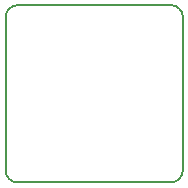
<source format=gbr>
%TF.GenerationSoftware,KiCad,Pcbnew,9.0.6*%
%TF.CreationDate,2025-11-08T15:20:26+00:00*%
%TF.ProjectId,Hall_Sensor_V1,48616c6c-5f53-4656-9e73-6f725f56312e,rev?*%
%TF.SameCoordinates,Original*%
%TF.FileFunction,Profile,NP*%
%FSLAX46Y46*%
G04 Gerber Fmt 4.6, Leading zero omitted, Abs format (unit mm)*
G04 Created by KiCad (PCBNEW 9.0.6) date 2025-11-08 15:20:26*
%MOMM*%
%LPD*%
G01*
G04 APERTURE LIST*
%TA.AperFunction,Profile*%
%ADD10C,0.200000*%
%TD*%
G04 APERTURE END LIST*
D10*
X135000000Y-74000000D02*
G75*
G02*
X134000000Y-75000000I-1000000J0D01*
G01*
X134000000Y-60000000D02*
G75*
G02*
X135000000Y-61000000I0J-1000000D01*
G01*
X120000000Y-74000000D02*
X120000000Y-61000000D01*
X134000000Y-75000000D02*
X121000000Y-75000000D01*
X121000000Y-75000000D02*
G75*
G02*
X120000000Y-74000000I-1J999999D01*
G01*
X120000000Y-61000000D02*
G75*
G02*
X121000000Y-60000000I999999J1D01*
G01*
X135000000Y-61000000D02*
X135000000Y-74000000D01*
X121000000Y-60000000D02*
X134000000Y-60000000D01*
M02*

</source>
